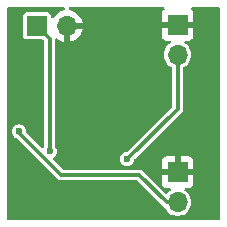
<source format=gbr>
%TF.GenerationSoftware,KiCad,Pcbnew,8.0.1*%
%TF.CreationDate,2024-05-12T11:03:26+05:30*%
%TF.ProjectId,PBSEQ-D1,50425345-512d-4443-912e-6b696361645f,0.1*%
%TF.SameCoordinates,PX7bfa480PY68e7780*%
%TF.FileFunction,Copper,L2,Bot*%
%TF.FilePolarity,Positive*%
%FSLAX46Y46*%
G04 Gerber Fmt 4.6, Leading zero omitted, Abs format (unit mm)*
G04 Created by KiCad (PCBNEW 8.0.1) date 2024-05-12 11:03:26*
%MOMM*%
%LPD*%
G01*
G04 APERTURE LIST*
%TA.AperFunction,ComponentPad*%
%ADD10R,1.700000X1.700000*%
%TD*%
%TA.AperFunction,ComponentPad*%
%ADD11O,1.700000X1.700000*%
%TD*%
%TA.AperFunction,ViaPad*%
%ADD12C,0.600000*%
%TD*%
%TA.AperFunction,Conductor*%
%ADD13C,0.300000*%
%TD*%
G04 APERTURE END LIST*
D10*
%TO.P,J3,1,Pin_1*%
%TO.N,Net-(J3-Pin_1)*%
X3022500Y16925000D03*
D11*
%TO.P,J3,2,Pin_2*%
%TO.N,GND*%
X5562500Y16925000D03*
%TD*%
D10*
%TO.P,J2,1,Pin_1*%
%TO.N,GND*%
X14925000Y4525000D03*
D11*
%TO.P,J2,2,Pin_2*%
%TO.N,OUTPUT*%
X14925000Y1985000D03*
%TD*%
%TO.P,J1,2,Pin_2*%
%TO.N,VCC*%
X14925000Y14485000D03*
D10*
%TO.P,J1,1,Pin_1*%
%TO.N,GND*%
X14925000Y17025000D03*
%TD*%
D12*
%TO.N,GND*%
X1200000Y14800000D03*
X3200000Y14800000D03*
X12400000Y15000000D03*
X12400000Y17600000D03*
X15600000Y9400000D03*
X12800000Y4800000D03*
X9550000Y950000D03*
X9550000Y3400000D03*
X4000000Y3800000D03*
X10200000Y9200000D03*
X7400000Y9000000D03*
X8000000Y12600000D03*
%TO.N,OUTPUT*%
X1500000Y7980761D03*
%TO.N,VCC*%
X10650000Y5650000D03*
%TO.N,Net-(J3-Pin_1)*%
X4100000Y6300000D03*
%TD*%
D13*
%TO.N,VCC*%
X14925000Y9925000D02*
X14925000Y14485000D01*
X10650000Y5650000D02*
X14925000Y9925000D01*
%TO.N,OUTPUT*%
X14015000Y1985000D02*
X14925000Y1985000D01*
X1500000Y7980761D02*
X1500000Y7840381D01*
X1500000Y7840381D02*
X5040381Y4300000D01*
X11700000Y4300000D02*
X14015000Y1985000D01*
X5040381Y4300000D02*
X11700000Y4300000D01*
%TO.N,Net-(J3-Pin_1)*%
X4100000Y15847500D02*
X3022500Y16925000D01*
X4100000Y6300000D02*
X4100000Y15847500D01*
%TD*%
%TA.AperFunction,Conductor*%
%TO.N,GND*%
G36*
X5347779Y18479815D02*
G01*
X5393534Y18427011D01*
X5403478Y18357853D01*
X5374453Y18294297D01*
X5315675Y18256523D01*
X5312833Y18255725D01*
X5099016Y18198434D01*
X5099007Y18198430D01*
X4884922Y18098601D01*
X4884920Y18098600D01*
X4691426Y17963114D01*
X4691420Y17963109D01*
X4524391Y17796080D01*
X4524390Y17796078D01*
X4398574Y17616394D01*
X4343997Y17572770D01*
X4274498Y17565577D01*
X4212144Y17597099D01*
X4176730Y17657329D01*
X4172999Y17687518D01*
X4172999Y17819857D01*
X4172999Y17819864D01*
X4172997Y17819883D01*
X4170086Y17844988D01*
X4170085Y17844990D01*
X4170085Y17844991D01*
X4124706Y17947765D01*
X4045265Y18027206D01*
X4045263Y18027207D01*
X3942492Y18072585D01*
X3917365Y18075500D01*
X2127643Y18075500D01*
X2127617Y18075498D01*
X2102512Y18072587D01*
X2102508Y18072585D01*
X1999735Y18027207D01*
X1920294Y17947766D01*
X1874915Y17844994D01*
X1874915Y17844992D01*
X1872000Y17819869D01*
X1872000Y16030144D01*
X1872002Y16030118D01*
X1874913Y16005013D01*
X1874915Y16005009D01*
X1920293Y15902236D01*
X1920294Y15902235D01*
X1999735Y15822794D01*
X2102509Y15777415D01*
X2127635Y15774500D01*
X3484534Y15774501D01*
X3551573Y15754816D01*
X3572215Y15738182D01*
X3613181Y15697216D01*
X3646666Y15635893D01*
X3649500Y15609535D01*
X3649500Y6741420D01*
X3629815Y6674381D01*
X3623876Y6665933D01*
X3574348Y6601387D01*
X3517920Y6560185D01*
X3448174Y6556030D01*
X3388291Y6589193D01*
X2136245Y7841239D01*
X2102760Y7902562D01*
X2100987Y7945102D01*
X2105682Y7980761D01*
X2085044Y8137523D01*
X2024536Y8283602D01*
X1928282Y8409043D01*
X1802841Y8505297D01*
X1656762Y8565805D01*
X1656760Y8565806D01*
X1500001Y8586443D01*
X1499999Y8586443D01*
X1343239Y8565806D01*
X1343237Y8565805D01*
X1197160Y8505298D01*
X1071718Y8409043D01*
X975463Y8283601D01*
X914956Y8137524D01*
X914955Y8137522D01*
X894318Y7980763D01*
X894318Y7980760D01*
X914955Y7824001D01*
X914956Y7823999D01*
X975464Y7677920D01*
X1071718Y7552479D01*
X1197159Y7456225D01*
X1197160Y7456225D01*
X1197161Y7456224D01*
X1259545Y7430384D01*
X1299773Y7403505D01*
X4763767Y3939510D01*
X4866494Y3880201D01*
X4890702Y3873716D01*
X4890705Y3873714D01*
X4890706Y3873714D01*
X4920828Y3865643D01*
X4981072Y3849500D01*
X11462035Y3849500D01*
X11529074Y3829815D01*
X11549716Y3813181D01*
X13738386Y1624511D01*
X13738387Y1624510D01*
X13738389Y1624509D01*
X13797693Y1590271D01*
X13797695Y1590269D01*
X13819543Y1577655D01*
X13867759Y1527088D01*
X13868543Y1525540D01*
X13942634Y1376745D01*
X14071128Y1206593D01*
X14228698Y1062948D01*
X14409981Y950702D01*
X14608802Y873679D01*
X14818390Y834500D01*
X14818392Y834500D01*
X15031608Y834500D01*
X15031610Y834500D01*
X15241198Y873679D01*
X15440019Y950702D01*
X15621302Y1062948D01*
X15778872Y1206593D01*
X15907366Y1376745D01*
X15907367Y1376747D01*
X16002403Y1567606D01*
X16002403Y1567607D01*
X16002405Y1567611D01*
X16060756Y1772690D01*
X16080429Y1985000D01*
X16060756Y2197310D01*
X16002405Y2402389D01*
X16002403Y2402394D01*
X16002403Y2402395D01*
X15907367Y2593254D01*
X15778872Y2763407D01*
X15621302Y2907052D01*
X15621299Y2907054D01*
X15621298Y2907055D01*
X15559089Y2945573D01*
X15512453Y2997601D01*
X15501349Y3066582D01*
X15529302Y3130617D01*
X15587437Y3169373D01*
X15624366Y3175000D01*
X15822828Y3175000D01*
X15822844Y3175001D01*
X15882372Y3181402D01*
X15882379Y3181404D01*
X16017086Y3231646D01*
X16017093Y3231650D01*
X16132187Y3317810D01*
X16132190Y3317813D01*
X16218350Y3432907D01*
X16218354Y3432914D01*
X16268596Y3567621D01*
X16268598Y3567628D01*
X16274999Y3627156D01*
X16275000Y3627173D01*
X16275000Y4275000D01*
X15358012Y4275000D01*
X15390925Y4332007D01*
X15425000Y4459174D01*
X15425000Y4590826D01*
X15390925Y4717993D01*
X15358012Y4775000D01*
X16275000Y4775000D01*
X16275000Y5422828D01*
X16274999Y5422845D01*
X16268598Y5482373D01*
X16268596Y5482380D01*
X16218354Y5617087D01*
X16218350Y5617094D01*
X16132190Y5732188D01*
X16132187Y5732191D01*
X16017093Y5818351D01*
X16017086Y5818355D01*
X15882379Y5868597D01*
X15882372Y5868599D01*
X15822844Y5875000D01*
X15175000Y5875000D01*
X15175000Y4958012D01*
X15117993Y4990925D01*
X14990826Y5025000D01*
X14859174Y5025000D01*
X14732007Y4990925D01*
X14675000Y4958012D01*
X14675000Y5875000D01*
X14027155Y5875000D01*
X13967627Y5868599D01*
X13967620Y5868597D01*
X13832913Y5818355D01*
X13832906Y5818351D01*
X13717812Y5732191D01*
X13717809Y5732188D01*
X13631649Y5617094D01*
X13631645Y5617087D01*
X13581403Y5482380D01*
X13581401Y5482373D01*
X13575000Y5422845D01*
X13575000Y4775000D01*
X14491988Y4775000D01*
X14459075Y4717993D01*
X14425000Y4590826D01*
X14425000Y4459174D01*
X14459075Y4332007D01*
X14491988Y4275000D01*
X13575000Y4275000D01*
X13575000Y3627156D01*
X13581401Y3567628D01*
X13581403Y3567621D01*
X13631645Y3432914D01*
X13631649Y3432907D01*
X13717809Y3317813D01*
X13717812Y3317810D01*
X13832906Y3231650D01*
X13832913Y3231646D01*
X13967620Y3181404D01*
X13967627Y3181402D01*
X14027155Y3175001D01*
X14027172Y3175000D01*
X14225634Y3175000D01*
X14292673Y3155315D01*
X14338428Y3102511D01*
X14348372Y3033353D01*
X14319347Y2969797D01*
X14290911Y2945573D01*
X14228701Y2907055D01*
X14071123Y2763403D01*
X14067267Y2759172D01*
X14066112Y2760225D01*
X14015942Y2722998D01*
X13946230Y2718310D01*
X13885421Y2751682D01*
X11976616Y4660487D01*
X11976614Y4660489D01*
X11925250Y4690144D01*
X11873888Y4719799D01*
X11861780Y4723043D01*
X11849673Y4726287D01*
X11849670Y4726288D01*
X11811478Y4736522D01*
X11759309Y4750500D01*
X11759308Y4750500D01*
X5278347Y4750500D01*
X5211308Y4770185D01*
X5190666Y4786819D01*
X4389193Y5588292D01*
X4355708Y5649615D01*
X4360692Y5719307D01*
X4401388Y5774349D01*
X4443631Y5806763D01*
X4528282Y5871718D01*
X4624536Y5997159D01*
X4685044Y6143238D01*
X4705682Y6300000D01*
X4685044Y6456762D01*
X4624536Y6602841D01*
X4624535Y6602842D01*
X4624535Y6602843D01*
X4576124Y6665934D01*
X4550930Y6731104D01*
X4550500Y6741420D01*
X4550500Y15747364D01*
X4570185Y15814403D01*
X4622989Y15860158D01*
X4692147Y15870102D01*
X4745624Y15848938D01*
X4884914Y15751404D01*
X4884920Y15751401D01*
X5099007Y15651571D01*
X5099016Y15651567D01*
X5312500Y15594366D01*
X5312500Y16491988D01*
X5369507Y16459075D01*
X5496674Y16425000D01*
X5628326Y16425000D01*
X5755493Y16459075D01*
X5812500Y16491988D01*
X5812500Y15594367D01*
X6025983Y15651567D01*
X6025992Y15651571D01*
X6240078Y15751400D01*
X6433582Y15886895D01*
X6600605Y16053918D01*
X6736100Y16247422D01*
X6835929Y16461508D01*
X6835932Y16461514D01*
X6893136Y16675000D01*
X5995512Y16675000D01*
X6028425Y16732007D01*
X6062500Y16859174D01*
X6062500Y16990826D01*
X6028425Y17117993D01*
X5995512Y17175000D01*
X6893136Y17175000D01*
X6893135Y17175001D01*
X6835932Y17388487D01*
X6835929Y17388493D01*
X6736100Y17602578D01*
X6736099Y17602580D01*
X6600613Y17796074D01*
X6600608Y17796080D01*
X6433582Y17963106D01*
X6240078Y18098601D01*
X6025992Y18198430D01*
X6025983Y18198434D01*
X5812167Y18255725D01*
X5752506Y18292090D01*
X5721977Y18354937D01*
X5730272Y18424312D01*
X5774757Y18478190D01*
X5841309Y18499465D01*
X5844260Y18499500D01*
X13702336Y18499500D01*
X13769375Y18479815D01*
X13815130Y18427011D01*
X13825074Y18357853D01*
X13796049Y18294297D01*
X13776647Y18276233D01*
X13717809Y18232187D01*
X13631649Y18117094D01*
X13631645Y18117087D01*
X13581403Y17982380D01*
X13581401Y17982373D01*
X13575000Y17922845D01*
X13575000Y17275000D01*
X14491988Y17275000D01*
X14459075Y17217993D01*
X14425000Y17090826D01*
X14425000Y16959174D01*
X14459075Y16832007D01*
X14491988Y16775000D01*
X13575000Y16775000D01*
X13575000Y16127156D01*
X13581401Y16067628D01*
X13581403Y16067621D01*
X13631645Y15932914D01*
X13631649Y15932907D01*
X13717809Y15817813D01*
X13717812Y15817810D01*
X13832906Y15731650D01*
X13832913Y15731646D01*
X13967620Y15681404D01*
X13967627Y15681402D01*
X14027155Y15675001D01*
X14027172Y15675000D01*
X14225634Y15675000D01*
X14292673Y15655315D01*
X14338428Y15602511D01*
X14348372Y15533353D01*
X14319347Y15469797D01*
X14290911Y15445573D01*
X14228701Y15407055D01*
X14071127Y15263407D01*
X13942632Y15093254D01*
X13847596Y14902395D01*
X13847596Y14902393D01*
X13789244Y14697311D01*
X13769571Y14485001D01*
X13769571Y14485000D01*
X13789244Y14272690D01*
X13847596Y14067608D01*
X13847596Y14067606D01*
X13942632Y13876747D01*
X13942634Y13876745D01*
X14071128Y13706593D01*
X14228698Y13562948D01*
X14409981Y13450702D01*
X14409983Y13450702D01*
X14414856Y13447684D01*
X14413553Y13445581D01*
X14457003Y13405305D01*
X14474500Y13341798D01*
X14474500Y10162966D01*
X14454815Y10095927D01*
X14438181Y10075285D01*
X10643578Y6280683D01*
X10582255Y6247198D01*
X10572084Y6245425D01*
X10493238Y6235044D01*
X10347160Y6174537D01*
X10221718Y6078282D01*
X10125463Y5952840D01*
X10064956Y5806763D01*
X10064955Y5806761D01*
X10044318Y5650002D01*
X10044318Y5649999D01*
X10064955Y5493240D01*
X10064956Y5493238D01*
X10125464Y5347159D01*
X10221718Y5221718D01*
X10347159Y5125464D01*
X10493238Y5064956D01*
X10571619Y5054637D01*
X10649999Y5044318D01*
X10650000Y5044318D01*
X10650001Y5044318D01*
X10702254Y5051198D01*
X10806762Y5064956D01*
X10952841Y5125464D01*
X11078282Y5221718D01*
X11174536Y5347159D01*
X11235044Y5493238D01*
X11245424Y5572086D01*
X11273688Y5635980D01*
X11280669Y5643568D01*
X15285489Y9648386D01*
X15344799Y9751113D01*
X15351285Y9775325D01*
X15351286Y9775325D01*
X15351286Y9775329D01*
X15375500Y9865691D01*
X15375500Y13341798D01*
X15395185Y13408837D01*
X15436351Y13445735D01*
X15435144Y13447684D01*
X15440016Y13450702D01*
X15440019Y13450702D01*
X15621302Y13562948D01*
X15778872Y13706593D01*
X15907366Y13876745D01*
X16002405Y14067611D01*
X16060756Y14272690D01*
X16080429Y14485000D01*
X16060756Y14697310D01*
X16002405Y14902389D01*
X16002403Y14902394D01*
X16002403Y14902395D01*
X15907367Y15093254D01*
X15778872Y15263407D01*
X15621302Y15407052D01*
X15621299Y15407054D01*
X15621298Y15407055D01*
X15559089Y15445573D01*
X15512453Y15497601D01*
X15501349Y15566582D01*
X15529302Y15630617D01*
X15587437Y15669373D01*
X15624366Y15675000D01*
X15822828Y15675000D01*
X15822844Y15675001D01*
X15882372Y15681402D01*
X15882379Y15681404D01*
X16017086Y15731646D01*
X16017093Y15731650D01*
X16132187Y15817810D01*
X16132190Y15817813D01*
X16218350Y15932907D01*
X16218354Y15932914D01*
X16268596Y16067621D01*
X16268598Y16067628D01*
X16274999Y16127156D01*
X16275000Y16127173D01*
X16275000Y16775000D01*
X15358012Y16775000D01*
X15390925Y16832007D01*
X15425000Y16959174D01*
X15425000Y17090826D01*
X15390925Y17217993D01*
X15358012Y17275000D01*
X16275000Y17275000D01*
X16275000Y17922828D01*
X16274999Y17922845D01*
X16268598Y17982373D01*
X16268596Y17982380D01*
X16218354Y18117087D01*
X16218350Y18117094D01*
X16132190Y18232187D01*
X16073353Y18276233D01*
X16031482Y18332167D01*
X16026498Y18401859D01*
X16059983Y18463182D01*
X16121307Y18496666D01*
X16147664Y18499500D01*
X18375500Y18499500D01*
X18442539Y18479815D01*
X18488294Y18427011D01*
X18499500Y18375500D01*
X18499500Y624500D01*
X18479815Y557461D01*
X18427011Y511706D01*
X18375500Y500500D01*
X624500Y500500D01*
X557461Y520185D01*
X511706Y572989D01*
X500500Y624500D01*
X500500Y18375500D01*
X520185Y18442539D01*
X572989Y18488294D01*
X624500Y18499500D01*
X5280740Y18499500D01*
X5347779Y18479815D01*
G37*
%TD.AperFunction*%
%TD*%
M02*

</source>
